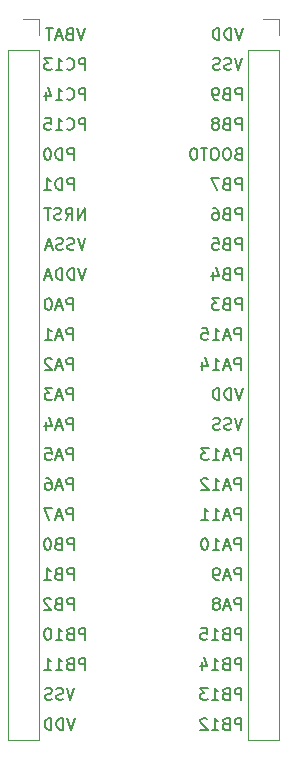
<source format=gbo>
%TF.GenerationSoftware,KiCad,Pcbnew,(6.0.2)*%
%TF.CreationDate,2022-10-19T19:09:35+02:00*%
%TF.ProjectId,adapter_LQFP48,61646170-7465-4725-9f4c-51465034382e,rev?*%
%TF.SameCoordinates,Original*%
%TF.FileFunction,Legend,Bot*%
%TF.FilePolarity,Positive*%
%FSLAX46Y46*%
G04 Gerber Fmt 4.6, Leading zero omitted, Abs format (unit mm)*
G04 Created by KiCad (PCBNEW (6.0.2)) date 2022-10-19 19:09:35*
%MOMM*%
%LPD*%
G01*
G04 APERTURE LIST*
%ADD10C,0.150000*%
%ADD11C,0.120000*%
%ADD12C,3.200000*%
%ADD13R,1.700000X1.700000*%
%ADD14O,1.700000X1.700000*%
G04 APERTURE END LIST*
D10*
X132857714Y-78192380D02*
X132524380Y-79192380D01*
X132191047Y-78192380D01*
X131905333Y-79144761D02*
X131762476Y-79192380D01*
X131524380Y-79192380D01*
X131429142Y-79144761D01*
X131381523Y-79097142D01*
X131333904Y-79001904D01*
X131333904Y-78906666D01*
X131381523Y-78811428D01*
X131429142Y-78763809D01*
X131524380Y-78716190D01*
X131714857Y-78668571D01*
X131810095Y-78620952D01*
X131857714Y-78573333D01*
X131905333Y-78478095D01*
X131905333Y-78382857D01*
X131857714Y-78287619D01*
X131810095Y-78240000D01*
X131714857Y-78192380D01*
X131476761Y-78192380D01*
X131333904Y-78240000D01*
X130952952Y-79144761D02*
X130810095Y-79192380D01*
X130572000Y-79192380D01*
X130476761Y-79144761D01*
X130429142Y-79097142D01*
X130381523Y-79001904D01*
X130381523Y-78906666D01*
X130429142Y-78811428D01*
X130476761Y-78763809D01*
X130572000Y-78716190D01*
X130762476Y-78668571D01*
X130857714Y-78620952D01*
X130905333Y-78573333D01*
X130952952Y-78478095D01*
X130952952Y-78382857D01*
X130905333Y-78287619D01*
X130857714Y-78240000D01*
X130762476Y-78192380D01*
X130524380Y-78192380D01*
X130381523Y-78240000D01*
X118586095Y-86812380D02*
X118586095Y-85812380D01*
X118205142Y-85812380D01*
X118109904Y-85860000D01*
X118062285Y-85907619D01*
X118014666Y-86002857D01*
X118014666Y-86145714D01*
X118062285Y-86240952D01*
X118109904Y-86288571D01*
X118205142Y-86336190D01*
X118586095Y-86336190D01*
X117586095Y-86812380D02*
X117586095Y-85812380D01*
X117348000Y-85812380D01*
X117205142Y-85860000D01*
X117109904Y-85955238D01*
X117062285Y-86050476D01*
X117014666Y-86240952D01*
X117014666Y-86383809D01*
X117062285Y-86574285D01*
X117109904Y-86669523D01*
X117205142Y-86764761D01*
X117348000Y-86812380D01*
X117586095Y-86812380D01*
X116395619Y-85812380D02*
X116300380Y-85812380D01*
X116205142Y-85860000D01*
X116157523Y-85907619D01*
X116109904Y-86002857D01*
X116062285Y-86193333D01*
X116062285Y-86431428D01*
X116109904Y-86621904D01*
X116157523Y-86717142D01*
X116205142Y-86764761D01*
X116300380Y-86812380D01*
X116395619Y-86812380D01*
X116490857Y-86764761D01*
X116538476Y-86717142D01*
X116586095Y-86621904D01*
X116633714Y-86431428D01*
X116633714Y-86193333D01*
X116586095Y-86002857D01*
X116538476Y-85907619D01*
X116490857Y-85860000D01*
X116395619Y-85812380D01*
X118681333Y-134072380D02*
X118348000Y-135072380D01*
X118014666Y-134072380D01*
X117681333Y-135072380D02*
X117681333Y-134072380D01*
X117443238Y-134072380D01*
X117300380Y-134120000D01*
X117205142Y-134215238D01*
X117157523Y-134310476D01*
X117109904Y-134500952D01*
X117109904Y-134643809D01*
X117157523Y-134834285D01*
X117205142Y-134929523D01*
X117300380Y-135024761D01*
X117443238Y-135072380D01*
X117681333Y-135072380D01*
X116681333Y-135072380D02*
X116681333Y-134072380D01*
X116443238Y-134072380D01*
X116300380Y-134120000D01*
X116205142Y-134215238D01*
X116157523Y-134310476D01*
X116109904Y-134500952D01*
X116109904Y-134643809D01*
X116157523Y-134834285D01*
X116205142Y-134929523D01*
X116300380Y-135024761D01*
X116443238Y-135072380D01*
X116681333Y-135072380D01*
X132810095Y-81732380D02*
X132810095Y-80732380D01*
X132429142Y-80732380D01*
X132333904Y-80780000D01*
X132286285Y-80827619D01*
X132238666Y-80922857D01*
X132238666Y-81065714D01*
X132286285Y-81160952D01*
X132333904Y-81208571D01*
X132429142Y-81256190D01*
X132810095Y-81256190D01*
X131476761Y-81208571D02*
X131333904Y-81256190D01*
X131286285Y-81303809D01*
X131238666Y-81399047D01*
X131238666Y-81541904D01*
X131286285Y-81637142D01*
X131333904Y-81684761D01*
X131429142Y-81732380D01*
X131810095Y-81732380D01*
X131810095Y-80732380D01*
X131476761Y-80732380D01*
X131381523Y-80780000D01*
X131333904Y-80827619D01*
X131286285Y-80922857D01*
X131286285Y-81018095D01*
X131333904Y-81113333D01*
X131381523Y-81160952D01*
X131476761Y-81208571D01*
X131810095Y-81208571D01*
X130762476Y-81732380D02*
X130572000Y-81732380D01*
X130476761Y-81684761D01*
X130429142Y-81637142D01*
X130333904Y-81494285D01*
X130286285Y-81303809D01*
X130286285Y-80922857D01*
X130333904Y-80827619D01*
X130381523Y-80780000D01*
X130476761Y-80732380D01*
X130667238Y-80732380D01*
X130762476Y-80780000D01*
X130810095Y-80827619D01*
X130857714Y-80922857D01*
X130857714Y-81160952D01*
X130810095Y-81256190D01*
X130762476Y-81303809D01*
X130667238Y-81351428D01*
X130476761Y-81351428D01*
X130381523Y-81303809D01*
X130333904Y-81256190D01*
X130286285Y-81160952D01*
X118586095Y-119832380D02*
X118586095Y-118832380D01*
X118205142Y-118832380D01*
X118109904Y-118880000D01*
X118062285Y-118927619D01*
X118014666Y-119022857D01*
X118014666Y-119165714D01*
X118062285Y-119260952D01*
X118109904Y-119308571D01*
X118205142Y-119356190D01*
X118586095Y-119356190D01*
X117252761Y-119308571D02*
X117109904Y-119356190D01*
X117062285Y-119403809D01*
X117014666Y-119499047D01*
X117014666Y-119641904D01*
X117062285Y-119737142D01*
X117109904Y-119784761D01*
X117205142Y-119832380D01*
X117586095Y-119832380D01*
X117586095Y-118832380D01*
X117252761Y-118832380D01*
X117157523Y-118880000D01*
X117109904Y-118927619D01*
X117062285Y-119022857D01*
X117062285Y-119118095D01*
X117109904Y-119213333D01*
X117157523Y-119260952D01*
X117252761Y-119308571D01*
X117586095Y-119308571D01*
X116395619Y-118832380D02*
X116300380Y-118832380D01*
X116205142Y-118880000D01*
X116157523Y-118927619D01*
X116109904Y-119022857D01*
X116062285Y-119213333D01*
X116062285Y-119451428D01*
X116109904Y-119641904D01*
X116157523Y-119737142D01*
X116205142Y-119784761D01*
X116300380Y-119832380D01*
X116395619Y-119832380D01*
X116490857Y-119784761D01*
X116538476Y-119737142D01*
X116586095Y-119641904D01*
X116633714Y-119451428D01*
X116633714Y-119213333D01*
X116586095Y-119022857D01*
X116538476Y-118927619D01*
X116490857Y-118880000D01*
X116395619Y-118832380D01*
X132500523Y-86288571D02*
X132357666Y-86336190D01*
X132310047Y-86383809D01*
X132262428Y-86479047D01*
X132262428Y-86621904D01*
X132310047Y-86717142D01*
X132357666Y-86764761D01*
X132452904Y-86812380D01*
X132833856Y-86812380D01*
X132833856Y-85812380D01*
X132500523Y-85812380D01*
X132405285Y-85860000D01*
X132357666Y-85907619D01*
X132310047Y-86002857D01*
X132310047Y-86098095D01*
X132357666Y-86193333D01*
X132405285Y-86240952D01*
X132500523Y-86288571D01*
X132833856Y-86288571D01*
X131643380Y-85812380D02*
X131452904Y-85812380D01*
X131357666Y-85860000D01*
X131262428Y-85955238D01*
X131214809Y-86145714D01*
X131214809Y-86479047D01*
X131262428Y-86669523D01*
X131357666Y-86764761D01*
X131452904Y-86812380D01*
X131643380Y-86812380D01*
X131738618Y-86764761D01*
X131833856Y-86669523D01*
X131881475Y-86479047D01*
X131881475Y-86145714D01*
X131833856Y-85955238D01*
X131738618Y-85860000D01*
X131643380Y-85812380D01*
X130595761Y-85812380D02*
X130405285Y-85812380D01*
X130310047Y-85860000D01*
X130214809Y-85955238D01*
X130167190Y-86145714D01*
X130167190Y-86479047D01*
X130214809Y-86669523D01*
X130310047Y-86764761D01*
X130405285Y-86812380D01*
X130595761Y-86812380D01*
X130690999Y-86764761D01*
X130786237Y-86669523D01*
X130833856Y-86479047D01*
X130833856Y-86145714D01*
X130786237Y-85955238D01*
X130690999Y-85860000D01*
X130595761Y-85812380D01*
X129881475Y-85812380D02*
X129310047Y-85812380D01*
X129595761Y-86812380D02*
X129595761Y-85812380D01*
X128786237Y-85812380D02*
X128690999Y-85812380D01*
X128595761Y-85860000D01*
X128548142Y-85907619D01*
X128500523Y-86002857D01*
X128452904Y-86193333D01*
X128452904Y-86431428D01*
X128500523Y-86621904D01*
X128548142Y-86717142D01*
X128595761Y-86764761D01*
X128690999Y-86812380D01*
X128786237Y-86812380D01*
X128881475Y-86764761D01*
X128929094Y-86717142D01*
X128976713Y-86621904D01*
X129024332Y-86431428D01*
X129024332Y-86193333D01*
X128976713Y-86002857D01*
X128929094Y-85907619D01*
X128881475Y-85860000D01*
X128786237Y-85812380D01*
X132778285Y-132532380D02*
X132778285Y-131532380D01*
X132397333Y-131532380D01*
X132302095Y-131580000D01*
X132254476Y-131627619D01*
X132206857Y-131722857D01*
X132206857Y-131865714D01*
X132254476Y-131960952D01*
X132302095Y-132008571D01*
X132397333Y-132056190D01*
X132778285Y-132056190D01*
X131444952Y-132008571D02*
X131302095Y-132056190D01*
X131254476Y-132103809D01*
X131206857Y-132199047D01*
X131206857Y-132341904D01*
X131254476Y-132437142D01*
X131302095Y-132484761D01*
X131397333Y-132532380D01*
X131778285Y-132532380D01*
X131778285Y-131532380D01*
X131444952Y-131532380D01*
X131349714Y-131580000D01*
X131302095Y-131627619D01*
X131254476Y-131722857D01*
X131254476Y-131818095D01*
X131302095Y-131913333D01*
X131349714Y-131960952D01*
X131444952Y-132008571D01*
X131778285Y-132008571D01*
X130254476Y-132532380D02*
X130825904Y-132532380D01*
X130540190Y-132532380D02*
X130540190Y-131532380D01*
X130635428Y-131675238D01*
X130730666Y-131770476D01*
X130825904Y-131818095D01*
X129921142Y-131532380D02*
X129302095Y-131532380D01*
X129635428Y-131913333D01*
X129492571Y-131913333D01*
X129397333Y-131960952D01*
X129349714Y-132008571D01*
X129302095Y-132103809D01*
X129302095Y-132341904D01*
X129349714Y-132437142D01*
X129397333Y-132484761D01*
X129492571Y-132532380D01*
X129778285Y-132532380D01*
X129873523Y-132484761D01*
X129921142Y-132437142D01*
X118514666Y-104592380D02*
X118514666Y-103592380D01*
X118133714Y-103592380D01*
X118038476Y-103640000D01*
X117990857Y-103687619D01*
X117943238Y-103782857D01*
X117943238Y-103925714D01*
X117990857Y-104020952D01*
X118038476Y-104068571D01*
X118133714Y-104116190D01*
X118514666Y-104116190D01*
X117562285Y-104306666D02*
X117086095Y-104306666D01*
X117657523Y-104592380D02*
X117324190Y-103592380D01*
X116990857Y-104592380D01*
X116705142Y-103687619D02*
X116657523Y-103640000D01*
X116562285Y-103592380D01*
X116324190Y-103592380D01*
X116228952Y-103640000D01*
X116181333Y-103687619D01*
X116133714Y-103782857D01*
X116133714Y-103878095D01*
X116181333Y-104020952D01*
X116752761Y-104592380D01*
X116133714Y-104592380D01*
X118586095Y-89352380D02*
X118586095Y-88352380D01*
X118205142Y-88352380D01*
X118109904Y-88400000D01*
X118062285Y-88447619D01*
X118014666Y-88542857D01*
X118014666Y-88685714D01*
X118062285Y-88780952D01*
X118109904Y-88828571D01*
X118205142Y-88876190D01*
X118586095Y-88876190D01*
X117586095Y-89352380D02*
X117586095Y-88352380D01*
X117348000Y-88352380D01*
X117205142Y-88400000D01*
X117109904Y-88495238D01*
X117062285Y-88590476D01*
X117014666Y-88780952D01*
X117014666Y-88923809D01*
X117062285Y-89114285D01*
X117109904Y-89209523D01*
X117205142Y-89304761D01*
X117348000Y-89352380D01*
X117586095Y-89352380D01*
X116062285Y-89352380D02*
X116633714Y-89352380D01*
X116348000Y-89352380D02*
X116348000Y-88352380D01*
X116443238Y-88495238D01*
X116538476Y-88590476D01*
X116633714Y-88638095D01*
X132778285Y-135072380D02*
X132778285Y-134072380D01*
X132397333Y-134072380D01*
X132302095Y-134120000D01*
X132254476Y-134167619D01*
X132206857Y-134262857D01*
X132206857Y-134405714D01*
X132254476Y-134500952D01*
X132302095Y-134548571D01*
X132397333Y-134596190D01*
X132778285Y-134596190D01*
X131444952Y-134548571D02*
X131302095Y-134596190D01*
X131254476Y-134643809D01*
X131206857Y-134739047D01*
X131206857Y-134881904D01*
X131254476Y-134977142D01*
X131302095Y-135024761D01*
X131397333Y-135072380D01*
X131778285Y-135072380D01*
X131778285Y-134072380D01*
X131444952Y-134072380D01*
X131349714Y-134120000D01*
X131302095Y-134167619D01*
X131254476Y-134262857D01*
X131254476Y-134358095D01*
X131302095Y-134453333D01*
X131349714Y-134500952D01*
X131444952Y-134548571D01*
X131778285Y-134548571D01*
X130254476Y-135072380D02*
X130825904Y-135072380D01*
X130540190Y-135072380D02*
X130540190Y-134072380D01*
X130635428Y-134215238D01*
X130730666Y-134310476D01*
X130825904Y-134358095D01*
X129873523Y-134167619D02*
X129825904Y-134120000D01*
X129730666Y-134072380D01*
X129492571Y-134072380D01*
X129397333Y-134120000D01*
X129349714Y-134167619D01*
X129302095Y-134262857D01*
X129302095Y-134358095D01*
X129349714Y-134500952D01*
X129921142Y-135072380D01*
X129302095Y-135072380D01*
X132857714Y-108672380D02*
X132524380Y-109672380D01*
X132191047Y-108672380D01*
X131905333Y-109624761D02*
X131762476Y-109672380D01*
X131524380Y-109672380D01*
X131429142Y-109624761D01*
X131381523Y-109577142D01*
X131333904Y-109481904D01*
X131333904Y-109386666D01*
X131381523Y-109291428D01*
X131429142Y-109243809D01*
X131524380Y-109196190D01*
X131714857Y-109148571D01*
X131810095Y-109100952D01*
X131857714Y-109053333D01*
X131905333Y-108958095D01*
X131905333Y-108862857D01*
X131857714Y-108767619D01*
X131810095Y-108720000D01*
X131714857Y-108672380D01*
X131476761Y-108672380D01*
X131333904Y-108720000D01*
X130952952Y-109624761D02*
X130810095Y-109672380D01*
X130572000Y-109672380D01*
X130476761Y-109624761D01*
X130429142Y-109577142D01*
X130381523Y-109481904D01*
X130381523Y-109386666D01*
X130429142Y-109291428D01*
X130476761Y-109243809D01*
X130572000Y-109196190D01*
X130762476Y-109148571D01*
X130857714Y-109100952D01*
X130905333Y-109053333D01*
X130952952Y-108958095D01*
X130952952Y-108862857D01*
X130905333Y-108767619D01*
X130857714Y-108720000D01*
X130762476Y-108672380D01*
X130524380Y-108672380D01*
X130381523Y-108720000D01*
X132738666Y-124912380D02*
X132738666Y-123912380D01*
X132357714Y-123912380D01*
X132262476Y-123960000D01*
X132214857Y-124007619D01*
X132167238Y-124102857D01*
X132167238Y-124245714D01*
X132214857Y-124340952D01*
X132262476Y-124388571D01*
X132357714Y-124436190D01*
X132738666Y-124436190D01*
X131786285Y-124626666D02*
X131310095Y-124626666D01*
X131881523Y-124912380D02*
X131548190Y-123912380D01*
X131214857Y-124912380D01*
X130738666Y-124340952D02*
X130833904Y-124293333D01*
X130881523Y-124245714D01*
X130929142Y-124150476D01*
X130929142Y-124102857D01*
X130881523Y-124007619D01*
X130833904Y-123960000D01*
X130738666Y-123912380D01*
X130548190Y-123912380D01*
X130452952Y-123960000D01*
X130405333Y-124007619D01*
X130357714Y-124102857D01*
X130357714Y-124150476D01*
X130405333Y-124245714D01*
X130452952Y-124293333D01*
X130548190Y-124340952D01*
X130738666Y-124340952D01*
X130833904Y-124388571D01*
X130881523Y-124436190D01*
X130929142Y-124531428D01*
X130929142Y-124721904D01*
X130881523Y-124817142D01*
X130833904Y-124864761D01*
X130738666Y-124912380D01*
X130548190Y-124912380D01*
X130452952Y-124864761D01*
X130405333Y-124817142D01*
X130357714Y-124721904D01*
X130357714Y-124531428D01*
X130405333Y-124436190D01*
X130452952Y-124388571D01*
X130548190Y-124340952D01*
X118514666Y-102052380D02*
X118514666Y-101052380D01*
X118133714Y-101052380D01*
X118038476Y-101100000D01*
X117990857Y-101147619D01*
X117943238Y-101242857D01*
X117943238Y-101385714D01*
X117990857Y-101480952D01*
X118038476Y-101528571D01*
X118133714Y-101576190D01*
X118514666Y-101576190D01*
X117562285Y-101766666D02*
X117086095Y-101766666D01*
X117657523Y-102052380D02*
X117324190Y-101052380D01*
X116990857Y-102052380D01*
X116133714Y-102052380D02*
X116705142Y-102052380D01*
X116419428Y-102052380D02*
X116419428Y-101052380D01*
X116514666Y-101195238D01*
X116609904Y-101290476D01*
X116705142Y-101338095D01*
X119570285Y-81732380D02*
X119570285Y-80732380D01*
X119189333Y-80732380D01*
X119094095Y-80780000D01*
X119046476Y-80827619D01*
X118998857Y-80922857D01*
X118998857Y-81065714D01*
X119046476Y-81160952D01*
X119094095Y-81208571D01*
X119189333Y-81256190D01*
X119570285Y-81256190D01*
X117998857Y-81637142D02*
X118046476Y-81684761D01*
X118189333Y-81732380D01*
X118284571Y-81732380D01*
X118427428Y-81684761D01*
X118522666Y-81589523D01*
X118570285Y-81494285D01*
X118617904Y-81303809D01*
X118617904Y-81160952D01*
X118570285Y-80970476D01*
X118522666Y-80875238D01*
X118427428Y-80780000D01*
X118284571Y-80732380D01*
X118189333Y-80732380D01*
X118046476Y-80780000D01*
X117998857Y-80827619D01*
X117046476Y-81732380D02*
X117617904Y-81732380D01*
X117332190Y-81732380D02*
X117332190Y-80732380D01*
X117427428Y-80875238D01*
X117522666Y-80970476D01*
X117617904Y-81018095D01*
X116189333Y-81065714D02*
X116189333Y-81732380D01*
X116427428Y-80684761D02*
X116665523Y-81399047D01*
X116046476Y-81399047D01*
X132706857Y-117292380D02*
X132706857Y-116292380D01*
X132325904Y-116292380D01*
X132230666Y-116340000D01*
X132183047Y-116387619D01*
X132135428Y-116482857D01*
X132135428Y-116625714D01*
X132183047Y-116720952D01*
X132230666Y-116768571D01*
X132325904Y-116816190D01*
X132706857Y-116816190D01*
X131754476Y-117006666D02*
X131278285Y-117006666D01*
X131849714Y-117292380D02*
X131516380Y-116292380D01*
X131183047Y-117292380D01*
X130325904Y-117292380D02*
X130897333Y-117292380D01*
X130611619Y-117292380D02*
X130611619Y-116292380D01*
X130706857Y-116435238D01*
X130802095Y-116530476D01*
X130897333Y-116578095D01*
X129373523Y-117292380D02*
X129944952Y-117292380D01*
X129659238Y-117292380D02*
X129659238Y-116292380D01*
X129754476Y-116435238D01*
X129849714Y-116530476D01*
X129944952Y-116578095D01*
X119570285Y-127452380D02*
X119570285Y-126452380D01*
X119189333Y-126452380D01*
X119094095Y-126500000D01*
X119046476Y-126547619D01*
X118998857Y-126642857D01*
X118998857Y-126785714D01*
X119046476Y-126880952D01*
X119094095Y-126928571D01*
X119189333Y-126976190D01*
X119570285Y-126976190D01*
X118236952Y-126928571D02*
X118094095Y-126976190D01*
X118046476Y-127023809D01*
X117998857Y-127119047D01*
X117998857Y-127261904D01*
X118046476Y-127357142D01*
X118094095Y-127404761D01*
X118189333Y-127452380D01*
X118570285Y-127452380D01*
X118570285Y-126452380D01*
X118236952Y-126452380D01*
X118141714Y-126500000D01*
X118094095Y-126547619D01*
X118046476Y-126642857D01*
X118046476Y-126738095D01*
X118094095Y-126833333D01*
X118141714Y-126880952D01*
X118236952Y-126928571D01*
X118570285Y-126928571D01*
X117046476Y-127452380D02*
X117617904Y-127452380D01*
X117332190Y-127452380D02*
X117332190Y-126452380D01*
X117427428Y-126595238D01*
X117522666Y-126690476D01*
X117617904Y-126738095D01*
X116427428Y-126452380D02*
X116332190Y-126452380D01*
X116236952Y-126500000D01*
X116189333Y-126547619D01*
X116141714Y-126642857D01*
X116094095Y-126833333D01*
X116094095Y-127071428D01*
X116141714Y-127261904D01*
X116189333Y-127357142D01*
X116236952Y-127404761D01*
X116332190Y-127452380D01*
X116427428Y-127452380D01*
X116522666Y-127404761D01*
X116570285Y-127357142D01*
X116617904Y-127261904D01*
X116665523Y-127071428D01*
X116665523Y-126833333D01*
X116617904Y-126642857D01*
X116570285Y-126547619D01*
X116522666Y-126500000D01*
X116427428Y-126452380D01*
X132810095Y-99512380D02*
X132810095Y-98512380D01*
X132429142Y-98512380D01*
X132333904Y-98560000D01*
X132286285Y-98607619D01*
X132238666Y-98702857D01*
X132238666Y-98845714D01*
X132286285Y-98940952D01*
X132333904Y-98988571D01*
X132429142Y-99036190D01*
X132810095Y-99036190D01*
X131476761Y-98988571D02*
X131333904Y-99036190D01*
X131286285Y-99083809D01*
X131238666Y-99179047D01*
X131238666Y-99321904D01*
X131286285Y-99417142D01*
X131333904Y-99464761D01*
X131429142Y-99512380D01*
X131810095Y-99512380D01*
X131810095Y-98512380D01*
X131476761Y-98512380D01*
X131381523Y-98560000D01*
X131333904Y-98607619D01*
X131286285Y-98702857D01*
X131286285Y-98798095D01*
X131333904Y-98893333D01*
X131381523Y-98940952D01*
X131476761Y-98988571D01*
X131810095Y-98988571D01*
X130905333Y-98512380D02*
X130286285Y-98512380D01*
X130619619Y-98893333D01*
X130476761Y-98893333D01*
X130381523Y-98940952D01*
X130333904Y-98988571D01*
X130286285Y-99083809D01*
X130286285Y-99321904D01*
X130333904Y-99417142D01*
X130381523Y-99464761D01*
X130476761Y-99512380D01*
X130762476Y-99512380D01*
X130857714Y-99464761D01*
X130905333Y-99417142D01*
X119570285Y-93432380D02*
X119236952Y-94432380D01*
X118903619Y-93432380D01*
X118617904Y-94384761D02*
X118475047Y-94432380D01*
X118236952Y-94432380D01*
X118141714Y-94384761D01*
X118094095Y-94337142D01*
X118046476Y-94241904D01*
X118046476Y-94146666D01*
X118094095Y-94051428D01*
X118141714Y-94003809D01*
X118236952Y-93956190D01*
X118427428Y-93908571D01*
X118522666Y-93860952D01*
X118570285Y-93813333D01*
X118617904Y-93718095D01*
X118617904Y-93622857D01*
X118570285Y-93527619D01*
X118522666Y-93480000D01*
X118427428Y-93432380D01*
X118189333Y-93432380D01*
X118046476Y-93480000D01*
X117665523Y-94384761D02*
X117522666Y-94432380D01*
X117284571Y-94432380D01*
X117189333Y-94384761D01*
X117141714Y-94337142D01*
X117094095Y-94241904D01*
X117094095Y-94146666D01*
X117141714Y-94051428D01*
X117189333Y-94003809D01*
X117284571Y-93956190D01*
X117475047Y-93908571D01*
X117570285Y-93860952D01*
X117617904Y-93813333D01*
X117665523Y-93718095D01*
X117665523Y-93622857D01*
X117617904Y-93527619D01*
X117570285Y-93480000D01*
X117475047Y-93432380D01*
X117236952Y-93432380D01*
X117094095Y-93480000D01*
X116713142Y-94146666D02*
X116236952Y-94146666D01*
X116808380Y-94432380D02*
X116475047Y-93432380D01*
X116141714Y-94432380D01*
X118586095Y-124912380D02*
X118586095Y-123912380D01*
X118205142Y-123912380D01*
X118109904Y-123960000D01*
X118062285Y-124007619D01*
X118014666Y-124102857D01*
X118014666Y-124245714D01*
X118062285Y-124340952D01*
X118109904Y-124388571D01*
X118205142Y-124436190D01*
X118586095Y-124436190D01*
X117252761Y-124388571D02*
X117109904Y-124436190D01*
X117062285Y-124483809D01*
X117014666Y-124579047D01*
X117014666Y-124721904D01*
X117062285Y-124817142D01*
X117109904Y-124864761D01*
X117205142Y-124912380D01*
X117586095Y-124912380D01*
X117586095Y-123912380D01*
X117252761Y-123912380D01*
X117157523Y-123960000D01*
X117109904Y-124007619D01*
X117062285Y-124102857D01*
X117062285Y-124198095D01*
X117109904Y-124293333D01*
X117157523Y-124340952D01*
X117252761Y-124388571D01*
X117586095Y-124388571D01*
X116633714Y-124007619D02*
X116586095Y-123960000D01*
X116490857Y-123912380D01*
X116252761Y-123912380D01*
X116157523Y-123960000D01*
X116109904Y-124007619D01*
X116062285Y-124102857D01*
X116062285Y-124198095D01*
X116109904Y-124340952D01*
X116681333Y-124912380D01*
X116062285Y-124912380D01*
X119498857Y-75652380D02*
X119165523Y-76652380D01*
X118832190Y-75652380D01*
X118165523Y-76128571D02*
X118022666Y-76176190D01*
X117975047Y-76223809D01*
X117927428Y-76319047D01*
X117927428Y-76461904D01*
X117975047Y-76557142D01*
X118022666Y-76604761D01*
X118117904Y-76652380D01*
X118498857Y-76652380D01*
X118498857Y-75652380D01*
X118165523Y-75652380D01*
X118070285Y-75700000D01*
X118022666Y-75747619D01*
X117975047Y-75842857D01*
X117975047Y-75938095D01*
X118022666Y-76033333D01*
X118070285Y-76080952D01*
X118165523Y-76128571D01*
X118498857Y-76128571D01*
X117546476Y-76366666D02*
X117070285Y-76366666D01*
X117641714Y-76652380D02*
X117308380Y-75652380D01*
X116975047Y-76652380D01*
X116784571Y-75652380D02*
X116213142Y-75652380D01*
X116498857Y-76652380D02*
X116498857Y-75652380D01*
X119617904Y-95972380D02*
X119284571Y-96972380D01*
X118951238Y-95972380D01*
X118617904Y-96972380D02*
X118617904Y-95972380D01*
X118379809Y-95972380D01*
X118236952Y-96020000D01*
X118141714Y-96115238D01*
X118094095Y-96210476D01*
X118046476Y-96400952D01*
X118046476Y-96543809D01*
X118094095Y-96734285D01*
X118141714Y-96829523D01*
X118236952Y-96924761D01*
X118379809Y-96972380D01*
X118617904Y-96972380D01*
X117617904Y-96972380D02*
X117617904Y-95972380D01*
X117379809Y-95972380D01*
X117236952Y-96020000D01*
X117141714Y-96115238D01*
X117094095Y-96210476D01*
X117046476Y-96400952D01*
X117046476Y-96543809D01*
X117094095Y-96734285D01*
X117141714Y-96829523D01*
X117236952Y-96924761D01*
X117379809Y-96972380D01*
X117617904Y-96972380D01*
X116665523Y-96686666D02*
X116189333Y-96686666D01*
X116760761Y-96972380D02*
X116427428Y-95972380D01*
X116094095Y-96972380D01*
X132706857Y-114752380D02*
X132706857Y-113752380D01*
X132325904Y-113752380D01*
X132230666Y-113800000D01*
X132183047Y-113847619D01*
X132135428Y-113942857D01*
X132135428Y-114085714D01*
X132183047Y-114180952D01*
X132230666Y-114228571D01*
X132325904Y-114276190D01*
X132706857Y-114276190D01*
X131754476Y-114466666D02*
X131278285Y-114466666D01*
X131849714Y-114752380D02*
X131516380Y-113752380D01*
X131183047Y-114752380D01*
X130325904Y-114752380D02*
X130897333Y-114752380D01*
X130611619Y-114752380D02*
X130611619Y-113752380D01*
X130706857Y-113895238D01*
X130802095Y-113990476D01*
X130897333Y-114038095D01*
X129944952Y-113847619D02*
X129897333Y-113800000D01*
X129802095Y-113752380D01*
X129564000Y-113752380D01*
X129468761Y-113800000D01*
X129421142Y-113847619D01*
X129373523Y-113942857D01*
X129373523Y-114038095D01*
X129421142Y-114180952D01*
X129992571Y-114752380D01*
X129373523Y-114752380D01*
X132905333Y-75652380D02*
X132572000Y-76652380D01*
X132238666Y-75652380D01*
X131905333Y-76652380D02*
X131905333Y-75652380D01*
X131667238Y-75652380D01*
X131524380Y-75700000D01*
X131429142Y-75795238D01*
X131381523Y-75890476D01*
X131333904Y-76080952D01*
X131333904Y-76223809D01*
X131381523Y-76414285D01*
X131429142Y-76509523D01*
X131524380Y-76604761D01*
X131667238Y-76652380D01*
X131905333Y-76652380D01*
X130905333Y-76652380D02*
X130905333Y-75652380D01*
X130667238Y-75652380D01*
X130524380Y-75700000D01*
X130429142Y-75795238D01*
X130381523Y-75890476D01*
X130333904Y-76080952D01*
X130333904Y-76223809D01*
X130381523Y-76414285D01*
X130429142Y-76509523D01*
X130524380Y-76604761D01*
X130667238Y-76652380D01*
X130905333Y-76652380D01*
X132810095Y-91892380D02*
X132810095Y-90892380D01*
X132429142Y-90892380D01*
X132333904Y-90940000D01*
X132286285Y-90987619D01*
X132238666Y-91082857D01*
X132238666Y-91225714D01*
X132286285Y-91320952D01*
X132333904Y-91368571D01*
X132429142Y-91416190D01*
X132810095Y-91416190D01*
X131476761Y-91368571D02*
X131333904Y-91416190D01*
X131286285Y-91463809D01*
X131238666Y-91559047D01*
X131238666Y-91701904D01*
X131286285Y-91797142D01*
X131333904Y-91844761D01*
X131429142Y-91892380D01*
X131810095Y-91892380D01*
X131810095Y-90892380D01*
X131476761Y-90892380D01*
X131381523Y-90940000D01*
X131333904Y-90987619D01*
X131286285Y-91082857D01*
X131286285Y-91178095D01*
X131333904Y-91273333D01*
X131381523Y-91320952D01*
X131476761Y-91368571D01*
X131810095Y-91368571D01*
X130381523Y-90892380D02*
X130572000Y-90892380D01*
X130667238Y-90940000D01*
X130714857Y-90987619D01*
X130810095Y-91130476D01*
X130857714Y-91320952D01*
X130857714Y-91701904D01*
X130810095Y-91797142D01*
X130762476Y-91844761D01*
X130667238Y-91892380D01*
X130476761Y-91892380D01*
X130381523Y-91844761D01*
X130333904Y-91797142D01*
X130286285Y-91701904D01*
X130286285Y-91463809D01*
X130333904Y-91368571D01*
X130381523Y-91320952D01*
X130476761Y-91273333D01*
X130667238Y-91273333D01*
X130762476Y-91320952D01*
X130810095Y-91368571D01*
X130857714Y-91463809D01*
X118514666Y-99512380D02*
X118514666Y-98512380D01*
X118133714Y-98512380D01*
X118038476Y-98560000D01*
X117990857Y-98607619D01*
X117943238Y-98702857D01*
X117943238Y-98845714D01*
X117990857Y-98940952D01*
X118038476Y-98988571D01*
X118133714Y-99036190D01*
X118514666Y-99036190D01*
X117562285Y-99226666D02*
X117086095Y-99226666D01*
X117657523Y-99512380D02*
X117324190Y-98512380D01*
X116990857Y-99512380D01*
X116467047Y-98512380D02*
X116371809Y-98512380D01*
X116276571Y-98560000D01*
X116228952Y-98607619D01*
X116181333Y-98702857D01*
X116133714Y-98893333D01*
X116133714Y-99131428D01*
X116181333Y-99321904D01*
X116228952Y-99417142D01*
X116276571Y-99464761D01*
X116371809Y-99512380D01*
X116467047Y-99512380D01*
X116562285Y-99464761D01*
X116609904Y-99417142D01*
X116657523Y-99321904D01*
X116705142Y-99131428D01*
X116705142Y-98893333D01*
X116657523Y-98702857D01*
X116609904Y-98607619D01*
X116562285Y-98560000D01*
X116467047Y-98512380D01*
X132706857Y-112212380D02*
X132706857Y-111212380D01*
X132325904Y-111212380D01*
X132230666Y-111260000D01*
X132183047Y-111307619D01*
X132135428Y-111402857D01*
X132135428Y-111545714D01*
X132183047Y-111640952D01*
X132230666Y-111688571D01*
X132325904Y-111736190D01*
X132706857Y-111736190D01*
X131754476Y-111926666D02*
X131278285Y-111926666D01*
X131849714Y-112212380D02*
X131516380Y-111212380D01*
X131183047Y-112212380D01*
X130325904Y-112212380D02*
X130897333Y-112212380D01*
X130611619Y-112212380D02*
X130611619Y-111212380D01*
X130706857Y-111355238D01*
X130802095Y-111450476D01*
X130897333Y-111498095D01*
X129992571Y-111212380D02*
X129373523Y-111212380D01*
X129706857Y-111593333D01*
X129564000Y-111593333D01*
X129468761Y-111640952D01*
X129421142Y-111688571D01*
X129373523Y-111783809D01*
X129373523Y-112021904D01*
X129421142Y-112117142D01*
X129468761Y-112164761D01*
X129564000Y-112212380D01*
X129849714Y-112212380D01*
X129944952Y-112164761D01*
X129992571Y-112117142D01*
X132810095Y-96972380D02*
X132810095Y-95972380D01*
X132429142Y-95972380D01*
X132333904Y-96020000D01*
X132286285Y-96067619D01*
X132238666Y-96162857D01*
X132238666Y-96305714D01*
X132286285Y-96400952D01*
X132333904Y-96448571D01*
X132429142Y-96496190D01*
X132810095Y-96496190D01*
X131476761Y-96448571D02*
X131333904Y-96496190D01*
X131286285Y-96543809D01*
X131238666Y-96639047D01*
X131238666Y-96781904D01*
X131286285Y-96877142D01*
X131333904Y-96924761D01*
X131429142Y-96972380D01*
X131810095Y-96972380D01*
X131810095Y-95972380D01*
X131476761Y-95972380D01*
X131381523Y-96020000D01*
X131333904Y-96067619D01*
X131286285Y-96162857D01*
X131286285Y-96258095D01*
X131333904Y-96353333D01*
X131381523Y-96400952D01*
X131476761Y-96448571D01*
X131810095Y-96448571D01*
X130381523Y-96305714D02*
X130381523Y-96972380D01*
X130619619Y-95924761D02*
X130857714Y-96639047D01*
X130238666Y-96639047D01*
X118586095Y-122372380D02*
X118586095Y-121372380D01*
X118205142Y-121372380D01*
X118109904Y-121420000D01*
X118062285Y-121467619D01*
X118014666Y-121562857D01*
X118014666Y-121705714D01*
X118062285Y-121800952D01*
X118109904Y-121848571D01*
X118205142Y-121896190D01*
X118586095Y-121896190D01*
X117252761Y-121848571D02*
X117109904Y-121896190D01*
X117062285Y-121943809D01*
X117014666Y-122039047D01*
X117014666Y-122181904D01*
X117062285Y-122277142D01*
X117109904Y-122324761D01*
X117205142Y-122372380D01*
X117586095Y-122372380D01*
X117586095Y-121372380D01*
X117252761Y-121372380D01*
X117157523Y-121420000D01*
X117109904Y-121467619D01*
X117062285Y-121562857D01*
X117062285Y-121658095D01*
X117109904Y-121753333D01*
X117157523Y-121800952D01*
X117252761Y-121848571D01*
X117586095Y-121848571D01*
X116062285Y-122372380D02*
X116633714Y-122372380D01*
X116348000Y-122372380D02*
X116348000Y-121372380D01*
X116443238Y-121515238D01*
X116538476Y-121610476D01*
X116633714Y-121658095D01*
X118514666Y-114752380D02*
X118514666Y-113752380D01*
X118133714Y-113752380D01*
X118038476Y-113800000D01*
X117990857Y-113847619D01*
X117943238Y-113942857D01*
X117943238Y-114085714D01*
X117990857Y-114180952D01*
X118038476Y-114228571D01*
X118133714Y-114276190D01*
X118514666Y-114276190D01*
X117562285Y-114466666D02*
X117086095Y-114466666D01*
X117657523Y-114752380D02*
X117324190Y-113752380D01*
X116990857Y-114752380D01*
X116228952Y-113752380D02*
X116419428Y-113752380D01*
X116514666Y-113800000D01*
X116562285Y-113847619D01*
X116657523Y-113990476D01*
X116705142Y-114180952D01*
X116705142Y-114561904D01*
X116657523Y-114657142D01*
X116609904Y-114704761D01*
X116514666Y-114752380D01*
X116324190Y-114752380D01*
X116228952Y-114704761D01*
X116181333Y-114657142D01*
X116133714Y-114561904D01*
X116133714Y-114323809D01*
X116181333Y-114228571D01*
X116228952Y-114180952D01*
X116324190Y-114133333D01*
X116514666Y-114133333D01*
X116609904Y-114180952D01*
X116657523Y-114228571D01*
X116705142Y-114323809D01*
X118514666Y-117292380D02*
X118514666Y-116292380D01*
X118133714Y-116292380D01*
X118038476Y-116340000D01*
X117990857Y-116387619D01*
X117943238Y-116482857D01*
X117943238Y-116625714D01*
X117990857Y-116720952D01*
X118038476Y-116768571D01*
X118133714Y-116816190D01*
X118514666Y-116816190D01*
X117562285Y-117006666D02*
X117086095Y-117006666D01*
X117657523Y-117292380D02*
X117324190Y-116292380D01*
X116990857Y-117292380D01*
X116752761Y-116292380D02*
X116086095Y-116292380D01*
X116514666Y-117292380D01*
X132810095Y-89352380D02*
X132810095Y-88352380D01*
X132429142Y-88352380D01*
X132333904Y-88400000D01*
X132286285Y-88447619D01*
X132238666Y-88542857D01*
X132238666Y-88685714D01*
X132286285Y-88780952D01*
X132333904Y-88828571D01*
X132429142Y-88876190D01*
X132810095Y-88876190D01*
X131476761Y-88828571D02*
X131333904Y-88876190D01*
X131286285Y-88923809D01*
X131238666Y-89019047D01*
X131238666Y-89161904D01*
X131286285Y-89257142D01*
X131333904Y-89304761D01*
X131429142Y-89352380D01*
X131810095Y-89352380D01*
X131810095Y-88352380D01*
X131476761Y-88352380D01*
X131381523Y-88400000D01*
X131333904Y-88447619D01*
X131286285Y-88542857D01*
X131286285Y-88638095D01*
X131333904Y-88733333D01*
X131381523Y-88780952D01*
X131476761Y-88828571D01*
X131810095Y-88828571D01*
X130905333Y-88352380D02*
X130238666Y-88352380D01*
X130667238Y-89352380D01*
X119570285Y-129992380D02*
X119570285Y-128992380D01*
X119189333Y-128992380D01*
X119094095Y-129040000D01*
X119046476Y-129087619D01*
X118998857Y-129182857D01*
X118998857Y-129325714D01*
X119046476Y-129420952D01*
X119094095Y-129468571D01*
X119189333Y-129516190D01*
X119570285Y-129516190D01*
X118236952Y-129468571D02*
X118094095Y-129516190D01*
X118046476Y-129563809D01*
X117998857Y-129659047D01*
X117998857Y-129801904D01*
X118046476Y-129897142D01*
X118094095Y-129944761D01*
X118189333Y-129992380D01*
X118570285Y-129992380D01*
X118570285Y-128992380D01*
X118236952Y-128992380D01*
X118141714Y-129040000D01*
X118094095Y-129087619D01*
X118046476Y-129182857D01*
X118046476Y-129278095D01*
X118094095Y-129373333D01*
X118141714Y-129420952D01*
X118236952Y-129468571D01*
X118570285Y-129468571D01*
X117046476Y-129992380D02*
X117617904Y-129992380D01*
X117332190Y-129992380D02*
X117332190Y-128992380D01*
X117427428Y-129135238D01*
X117522666Y-129230476D01*
X117617904Y-129278095D01*
X116094095Y-129992380D02*
X116665523Y-129992380D01*
X116379809Y-129992380D02*
X116379809Y-128992380D01*
X116475047Y-129135238D01*
X116570285Y-129230476D01*
X116665523Y-129278095D01*
X132905333Y-106132380D02*
X132572000Y-107132380D01*
X132238666Y-106132380D01*
X131905333Y-107132380D02*
X131905333Y-106132380D01*
X131667238Y-106132380D01*
X131524380Y-106180000D01*
X131429142Y-106275238D01*
X131381523Y-106370476D01*
X131333904Y-106560952D01*
X131333904Y-106703809D01*
X131381523Y-106894285D01*
X131429142Y-106989523D01*
X131524380Y-107084761D01*
X131667238Y-107132380D01*
X131905333Y-107132380D01*
X130905333Y-107132380D02*
X130905333Y-106132380D01*
X130667238Y-106132380D01*
X130524380Y-106180000D01*
X130429142Y-106275238D01*
X130381523Y-106370476D01*
X130333904Y-106560952D01*
X130333904Y-106703809D01*
X130381523Y-106894285D01*
X130429142Y-106989523D01*
X130524380Y-107084761D01*
X130667238Y-107132380D01*
X130905333Y-107132380D01*
X132778285Y-127452380D02*
X132778285Y-126452380D01*
X132397333Y-126452380D01*
X132302095Y-126500000D01*
X132254476Y-126547619D01*
X132206857Y-126642857D01*
X132206857Y-126785714D01*
X132254476Y-126880952D01*
X132302095Y-126928571D01*
X132397333Y-126976190D01*
X132778285Y-126976190D01*
X131444952Y-126928571D02*
X131302095Y-126976190D01*
X131254476Y-127023809D01*
X131206857Y-127119047D01*
X131206857Y-127261904D01*
X131254476Y-127357142D01*
X131302095Y-127404761D01*
X131397333Y-127452380D01*
X131778285Y-127452380D01*
X131778285Y-126452380D01*
X131444952Y-126452380D01*
X131349714Y-126500000D01*
X131302095Y-126547619D01*
X131254476Y-126642857D01*
X131254476Y-126738095D01*
X131302095Y-126833333D01*
X131349714Y-126880952D01*
X131444952Y-126928571D01*
X131778285Y-126928571D01*
X130254476Y-127452380D02*
X130825904Y-127452380D01*
X130540190Y-127452380D02*
X130540190Y-126452380D01*
X130635428Y-126595238D01*
X130730666Y-126690476D01*
X130825904Y-126738095D01*
X129349714Y-126452380D02*
X129825904Y-126452380D01*
X129873523Y-126928571D01*
X129825904Y-126880952D01*
X129730666Y-126833333D01*
X129492571Y-126833333D01*
X129397333Y-126880952D01*
X129349714Y-126928571D01*
X129302095Y-127023809D01*
X129302095Y-127261904D01*
X129349714Y-127357142D01*
X129397333Y-127404761D01*
X129492571Y-127452380D01*
X129730666Y-127452380D01*
X129825904Y-127404761D01*
X129873523Y-127357142D01*
X118633714Y-131532380D02*
X118300380Y-132532380D01*
X117967047Y-131532380D01*
X117681333Y-132484761D02*
X117538476Y-132532380D01*
X117300380Y-132532380D01*
X117205142Y-132484761D01*
X117157523Y-132437142D01*
X117109904Y-132341904D01*
X117109904Y-132246666D01*
X117157523Y-132151428D01*
X117205142Y-132103809D01*
X117300380Y-132056190D01*
X117490857Y-132008571D01*
X117586095Y-131960952D01*
X117633714Y-131913333D01*
X117681333Y-131818095D01*
X117681333Y-131722857D01*
X117633714Y-131627619D01*
X117586095Y-131580000D01*
X117490857Y-131532380D01*
X117252761Y-131532380D01*
X117109904Y-131580000D01*
X116728952Y-132484761D02*
X116586095Y-132532380D01*
X116348000Y-132532380D01*
X116252761Y-132484761D01*
X116205142Y-132437142D01*
X116157523Y-132341904D01*
X116157523Y-132246666D01*
X116205142Y-132151428D01*
X116252761Y-132103809D01*
X116348000Y-132056190D01*
X116538476Y-132008571D01*
X116633714Y-131960952D01*
X116681333Y-131913333D01*
X116728952Y-131818095D01*
X116728952Y-131722857D01*
X116681333Y-131627619D01*
X116633714Y-131580000D01*
X116538476Y-131532380D01*
X116300380Y-131532380D01*
X116157523Y-131580000D01*
X118514666Y-109672380D02*
X118514666Y-108672380D01*
X118133714Y-108672380D01*
X118038476Y-108720000D01*
X117990857Y-108767619D01*
X117943238Y-108862857D01*
X117943238Y-109005714D01*
X117990857Y-109100952D01*
X118038476Y-109148571D01*
X118133714Y-109196190D01*
X118514666Y-109196190D01*
X117562285Y-109386666D02*
X117086095Y-109386666D01*
X117657523Y-109672380D02*
X117324190Y-108672380D01*
X116990857Y-109672380D01*
X116228952Y-109005714D02*
X116228952Y-109672380D01*
X116467047Y-108624761D02*
X116705142Y-109339047D01*
X116086095Y-109339047D01*
X132810095Y-84272380D02*
X132810095Y-83272380D01*
X132429142Y-83272380D01*
X132333904Y-83320000D01*
X132286285Y-83367619D01*
X132238666Y-83462857D01*
X132238666Y-83605714D01*
X132286285Y-83700952D01*
X132333904Y-83748571D01*
X132429142Y-83796190D01*
X132810095Y-83796190D01*
X131476761Y-83748571D02*
X131333904Y-83796190D01*
X131286285Y-83843809D01*
X131238666Y-83939047D01*
X131238666Y-84081904D01*
X131286285Y-84177142D01*
X131333904Y-84224761D01*
X131429142Y-84272380D01*
X131810095Y-84272380D01*
X131810095Y-83272380D01*
X131476761Y-83272380D01*
X131381523Y-83320000D01*
X131333904Y-83367619D01*
X131286285Y-83462857D01*
X131286285Y-83558095D01*
X131333904Y-83653333D01*
X131381523Y-83700952D01*
X131476761Y-83748571D01*
X131810095Y-83748571D01*
X130667238Y-83700952D02*
X130762476Y-83653333D01*
X130810095Y-83605714D01*
X130857714Y-83510476D01*
X130857714Y-83462857D01*
X130810095Y-83367619D01*
X130762476Y-83320000D01*
X130667238Y-83272380D01*
X130476761Y-83272380D01*
X130381523Y-83320000D01*
X130333904Y-83367619D01*
X130286285Y-83462857D01*
X130286285Y-83510476D01*
X130333904Y-83605714D01*
X130381523Y-83653333D01*
X130476761Y-83700952D01*
X130667238Y-83700952D01*
X130762476Y-83748571D01*
X130810095Y-83796190D01*
X130857714Y-83891428D01*
X130857714Y-84081904D01*
X130810095Y-84177142D01*
X130762476Y-84224761D01*
X130667238Y-84272380D01*
X130476761Y-84272380D01*
X130381523Y-84224761D01*
X130333904Y-84177142D01*
X130286285Y-84081904D01*
X130286285Y-83891428D01*
X130333904Y-83796190D01*
X130381523Y-83748571D01*
X130476761Y-83700952D01*
X132706857Y-102052380D02*
X132706857Y-101052380D01*
X132325904Y-101052380D01*
X132230666Y-101100000D01*
X132183047Y-101147619D01*
X132135428Y-101242857D01*
X132135428Y-101385714D01*
X132183047Y-101480952D01*
X132230666Y-101528571D01*
X132325904Y-101576190D01*
X132706857Y-101576190D01*
X131754476Y-101766666D02*
X131278285Y-101766666D01*
X131849714Y-102052380D02*
X131516380Y-101052380D01*
X131183047Y-102052380D01*
X130325904Y-102052380D02*
X130897333Y-102052380D01*
X130611619Y-102052380D02*
X130611619Y-101052380D01*
X130706857Y-101195238D01*
X130802095Y-101290476D01*
X130897333Y-101338095D01*
X129421142Y-101052380D02*
X129897333Y-101052380D01*
X129944952Y-101528571D01*
X129897333Y-101480952D01*
X129802095Y-101433333D01*
X129564000Y-101433333D01*
X129468761Y-101480952D01*
X129421142Y-101528571D01*
X129373523Y-101623809D01*
X129373523Y-101861904D01*
X129421142Y-101957142D01*
X129468761Y-102004761D01*
X129564000Y-102052380D01*
X129802095Y-102052380D01*
X129897333Y-102004761D01*
X129944952Y-101957142D01*
X118514666Y-107132380D02*
X118514666Y-106132380D01*
X118133714Y-106132380D01*
X118038476Y-106180000D01*
X117990857Y-106227619D01*
X117943238Y-106322857D01*
X117943238Y-106465714D01*
X117990857Y-106560952D01*
X118038476Y-106608571D01*
X118133714Y-106656190D01*
X118514666Y-106656190D01*
X117562285Y-106846666D02*
X117086095Y-106846666D01*
X117657523Y-107132380D02*
X117324190Y-106132380D01*
X116990857Y-107132380D01*
X116752761Y-106132380D02*
X116133714Y-106132380D01*
X116467047Y-106513333D01*
X116324190Y-106513333D01*
X116228952Y-106560952D01*
X116181333Y-106608571D01*
X116133714Y-106703809D01*
X116133714Y-106941904D01*
X116181333Y-107037142D01*
X116228952Y-107084761D01*
X116324190Y-107132380D01*
X116609904Y-107132380D01*
X116705142Y-107084761D01*
X116752761Y-107037142D01*
X119570285Y-84272380D02*
X119570285Y-83272380D01*
X119189333Y-83272380D01*
X119094095Y-83320000D01*
X119046476Y-83367619D01*
X118998857Y-83462857D01*
X118998857Y-83605714D01*
X119046476Y-83700952D01*
X119094095Y-83748571D01*
X119189333Y-83796190D01*
X119570285Y-83796190D01*
X117998857Y-84177142D02*
X118046476Y-84224761D01*
X118189333Y-84272380D01*
X118284571Y-84272380D01*
X118427428Y-84224761D01*
X118522666Y-84129523D01*
X118570285Y-84034285D01*
X118617904Y-83843809D01*
X118617904Y-83700952D01*
X118570285Y-83510476D01*
X118522666Y-83415238D01*
X118427428Y-83320000D01*
X118284571Y-83272380D01*
X118189333Y-83272380D01*
X118046476Y-83320000D01*
X117998857Y-83367619D01*
X117046476Y-84272380D02*
X117617904Y-84272380D01*
X117332190Y-84272380D02*
X117332190Y-83272380D01*
X117427428Y-83415238D01*
X117522666Y-83510476D01*
X117617904Y-83558095D01*
X116141714Y-83272380D02*
X116617904Y-83272380D01*
X116665523Y-83748571D01*
X116617904Y-83700952D01*
X116522666Y-83653333D01*
X116284571Y-83653333D01*
X116189333Y-83700952D01*
X116141714Y-83748571D01*
X116094095Y-83843809D01*
X116094095Y-84081904D01*
X116141714Y-84177142D01*
X116189333Y-84224761D01*
X116284571Y-84272380D01*
X116522666Y-84272380D01*
X116617904Y-84224761D01*
X116665523Y-84177142D01*
X118514666Y-112212380D02*
X118514666Y-111212380D01*
X118133714Y-111212380D01*
X118038476Y-111260000D01*
X117990857Y-111307619D01*
X117943238Y-111402857D01*
X117943238Y-111545714D01*
X117990857Y-111640952D01*
X118038476Y-111688571D01*
X118133714Y-111736190D01*
X118514666Y-111736190D01*
X117562285Y-111926666D02*
X117086095Y-111926666D01*
X117657523Y-112212380D02*
X117324190Y-111212380D01*
X116990857Y-112212380D01*
X116181333Y-111212380D02*
X116657523Y-111212380D01*
X116705142Y-111688571D01*
X116657523Y-111640952D01*
X116562285Y-111593333D01*
X116324190Y-111593333D01*
X116228952Y-111640952D01*
X116181333Y-111688571D01*
X116133714Y-111783809D01*
X116133714Y-112021904D01*
X116181333Y-112117142D01*
X116228952Y-112164761D01*
X116324190Y-112212380D01*
X116562285Y-112212380D01*
X116657523Y-112164761D01*
X116705142Y-112117142D01*
X132738666Y-122372380D02*
X132738666Y-121372380D01*
X132357714Y-121372380D01*
X132262476Y-121420000D01*
X132214857Y-121467619D01*
X132167238Y-121562857D01*
X132167238Y-121705714D01*
X132214857Y-121800952D01*
X132262476Y-121848571D01*
X132357714Y-121896190D01*
X132738666Y-121896190D01*
X131786285Y-122086666D02*
X131310095Y-122086666D01*
X131881523Y-122372380D02*
X131548190Y-121372380D01*
X131214857Y-122372380D01*
X130833904Y-122372380D02*
X130643428Y-122372380D01*
X130548190Y-122324761D01*
X130500571Y-122277142D01*
X130405333Y-122134285D01*
X130357714Y-121943809D01*
X130357714Y-121562857D01*
X130405333Y-121467619D01*
X130452952Y-121420000D01*
X130548190Y-121372380D01*
X130738666Y-121372380D01*
X130833904Y-121420000D01*
X130881523Y-121467619D01*
X130929142Y-121562857D01*
X130929142Y-121800952D01*
X130881523Y-121896190D01*
X130833904Y-121943809D01*
X130738666Y-121991428D01*
X130548190Y-121991428D01*
X130452952Y-121943809D01*
X130405333Y-121896190D01*
X130357714Y-121800952D01*
X132810095Y-94432380D02*
X132810095Y-93432380D01*
X132429142Y-93432380D01*
X132333904Y-93480000D01*
X132286285Y-93527619D01*
X132238666Y-93622857D01*
X132238666Y-93765714D01*
X132286285Y-93860952D01*
X132333904Y-93908571D01*
X132429142Y-93956190D01*
X132810095Y-93956190D01*
X131476761Y-93908571D02*
X131333904Y-93956190D01*
X131286285Y-94003809D01*
X131238666Y-94099047D01*
X131238666Y-94241904D01*
X131286285Y-94337142D01*
X131333904Y-94384761D01*
X131429142Y-94432380D01*
X131810095Y-94432380D01*
X131810095Y-93432380D01*
X131476761Y-93432380D01*
X131381523Y-93480000D01*
X131333904Y-93527619D01*
X131286285Y-93622857D01*
X131286285Y-93718095D01*
X131333904Y-93813333D01*
X131381523Y-93860952D01*
X131476761Y-93908571D01*
X131810095Y-93908571D01*
X130333904Y-93432380D02*
X130810095Y-93432380D01*
X130857714Y-93908571D01*
X130810095Y-93860952D01*
X130714857Y-93813333D01*
X130476761Y-93813333D01*
X130381523Y-93860952D01*
X130333904Y-93908571D01*
X130286285Y-94003809D01*
X130286285Y-94241904D01*
X130333904Y-94337142D01*
X130381523Y-94384761D01*
X130476761Y-94432380D01*
X130714857Y-94432380D01*
X130810095Y-94384761D01*
X130857714Y-94337142D01*
X132706857Y-119832380D02*
X132706857Y-118832380D01*
X132325904Y-118832380D01*
X132230666Y-118880000D01*
X132183047Y-118927619D01*
X132135428Y-119022857D01*
X132135428Y-119165714D01*
X132183047Y-119260952D01*
X132230666Y-119308571D01*
X132325904Y-119356190D01*
X132706857Y-119356190D01*
X131754476Y-119546666D02*
X131278285Y-119546666D01*
X131849714Y-119832380D02*
X131516380Y-118832380D01*
X131183047Y-119832380D01*
X130325904Y-119832380D02*
X130897333Y-119832380D01*
X130611619Y-119832380D02*
X130611619Y-118832380D01*
X130706857Y-118975238D01*
X130802095Y-119070476D01*
X130897333Y-119118095D01*
X129706857Y-118832380D02*
X129611619Y-118832380D01*
X129516380Y-118880000D01*
X129468761Y-118927619D01*
X129421142Y-119022857D01*
X129373523Y-119213333D01*
X129373523Y-119451428D01*
X129421142Y-119641904D01*
X129468761Y-119737142D01*
X129516380Y-119784761D01*
X129611619Y-119832380D01*
X129706857Y-119832380D01*
X129802095Y-119784761D01*
X129849714Y-119737142D01*
X129897333Y-119641904D01*
X129944952Y-119451428D01*
X129944952Y-119213333D01*
X129897333Y-119022857D01*
X129849714Y-118927619D01*
X129802095Y-118880000D01*
X129706857Y-118832380D01*
X119498857Y-91892380D02*
X119498857Y-90892380D01*
X118927428Y-91892380D01*
X118927428Y-90892380D01*
X117879809Y-91892380D02*
X118213142Y-91416190D01*
X118451238Y-91892380D02*
X118451238Y-90892380D01*
X118070285Y-90892380D01*
X117975047Y-90940000D01*
X117927428Y-90987619D01*
X117879809Y-91082857D01*
X117879809Y-91225714D01*
X117927428Y-91320952D01*
X117975047Y-91368571D01*
X118070285Y-91416190D01*
X118451238Y-91416190D01*
X117498857Y-91844761D02*
X117356000Y-91892380D01*
X117117904Y-91892380D01*
X117022666Y-91844761D01*
X116975047Y-91797142D01*
X116927428Y-91701904D01*
X116927428Y-91606666D01*
X116975047Y-91511428D01*
X117022666Y-91463809D01*
X117117904Y-91416190D01*
X117308380Y-91368571D01*
X117403619Y-91320952D01*
X117451238Y-91273333D01*
X117498857Y-91178095D01*
X117498857Y-91082857D01*
X117451238Y-90987619D01*
X117403619Y-90940000D01*
X117308380Y-90892380D01*
X117070285Y-90892380D01*
X116927428Y-90940000D01*
X116641714Y-90892380D02*
X116070285Y-90892380D01*
X116356000Y-91892380D02*
X116356000Y-90892380D01*
X132706857Y-104592380D02*
X132706857Y-103592380D01*
X132325904Y-103592380D01*
X132230666Y-103640000D01*
X132183047Y-103687619D01*
X132135428Y-103782857D01*
X132135428Y-103925714D01*
X132183047Y-104020952D01*
X132230666Y-104068571D01*
X132325904Y-104116190D01*
X132706857Y-104116190D01*
X131754476Y-104306666D02*
X131278285Y-104306666D01*
X131849714Y-104592380D02*
X131516380Y-103592380D01*
X131183047Y-104592380D01*
X130325904Y-104592380D02*
X130897333Y-104592380D01*
X130611619Y-104592380D02*
X130611619Y-103592380D01*
X130706857Y-103735238D01*
X130802095Y-103830476D01*
X130897333Y-103878095D01*
X129468761Y-103925714D02*
X129468761Y-104592380D01*
X129706857Y-103544761D02*
X129944952Y-104259047D01*
X129325904Y-104259047D01*
X119570285Y-79192380D02*
X119570285Y-78192380D01*
X119189333Y-78192380D01*
X119094095Y-78240000D01*
X119046476Y-78287619D01*
X118998857Y-78382857D01*
X118998857Y-78525714D01*
X119046476Y-78620952D01*
X119094095Y-78668571D01*
X119189333Y-78716190D01*
X119570285Y-78716190D01*
X117998857Y-79097142D02*
X118046476Y-79144761D01*
X118189333Y-79192380D01*
X118284571Y-79192380D01*
X118427428Y-79144761D01*
X118522666Y-79049523D01*
X118570285Y-78954285D01*
X118617904Y-78763809D01*
X118617904Y-78620952D01*
X118570285Y-78430476D01*
X118522666Y-78335238D01*
X118427428Y-78240000D01*
X118284571Y-78192380D01*
X118189333Y-78192380D01*
X118046476Y-78240000D01*
X117998857Y-78287619D01*
X117046476Y-79192380D02*
X117617904Y-79192380D01*
X117332190Y-79192380D02*
X117332190Y-78192380D01*
X117427428Y-78335238D01*
X117522666Y-78430476D01*
X117617904Y-78478095D01*
X116713142Y-78192380D02*
X116094095Y-78192380D01*
X116427428Y-78573333D01*
X116284571Y-78573333D01*
X116189333Y-78620952D01*
X116141714Y-78668571D01*
X116094095Y-78763809D01*
X116094095Y-79001904D01*
X116141714Y-79097142D01*
X116189333Y-79144761D01*
X116284571Y-79192380D01*
X116570285Y-79192380D01*
X116665523Y-79144761D01*
X116713142Y-79097142D01*
X132778285Y-129992380D02*
X132778285Y-128992380D01*
X132397333Y-128992380D01*
X132302095Y-129040000D01*
X132254476Y-129087619D01*
X132206857Y-129182857D01*
X132206857Y-129325714D01*
X132254476Y-129420952D01*
X132302095Y-129468571D01*
X132397333Y-129516190D01*
X132778285Y-129516190D01*
X131444952Y-129468571D02*
X131302095Y-129516190D01*
X131254476Y-129563809D01*
X131206857Y-129659047D01*
X131206857Y-129801904D01*
X131254476Y-129897142D01*
X131302095Y-129944761D01*
X131397333Y-129992380D01*
X131778285Y-129992380D01*
X131778285Y-128992380D01*
X131444952Y-128992380D01*
X131349714Y-129040000D01*
X131302095Y-129087619D01*
X131254476Y-129182857D01*
X131254476Y-129278095D01*
X131302095Y-129373333D01*
X131349714Y-129420952D01*
X131444952Y-129468571D01*
X131778285Y-129468571D01*
X130254476Y-129992380D02*
X130825904Y-129992380D01*
X130540190Y-129992380D02*
X130540190Y-128992380D01*
X130635428Y-129135238D01*
X130730666Y-129230476D01*
X130825904Y-129278095D01*
X129397333Y-129325714D02*
X129397333Y-129992380D01*
X129635428Y-128944761D02*
X129873523Y-129659047D01*
X129254476Y-129659047D01*
D11*
%TO.C,J1*%
X115630000Y-77470000D02*
X112970000Y-77470000D01*
X115630000Y-77470000D02*
X115630000Y-135950000D01*
X115630000Y-74870000D02*
X114300000Y-74870000D01*
X115630000Y-76200000D02*
X115630000Y-74870000D01*
X112970000Y-77470000D02*
X112970000Y-135950000D01*
X115630000Y-135950000D02*
X112970000Y-135950000D01*
%TO.C,J2*%
X135950000Y-77470000D02*
X135950000Y-135950000D01*
X135950000Y-77470000D02*
X133290000Y-77470000D01*
X135950000Y-76200000D02*
X135950000Y-74870000D01*
X133290000Y-77470000D02*
X133290000Y-135950000D01*
X135950000Y-74870000D02*
X134620000Y-74870000D01*
X135950000Y-135950000D02*
X133290000Y-135950000D01*
%TD*%
%LPC*%
D12*
%TO.C,H1*%
X124460000Y-78740000D03*
%TD*%
%TO.C,H2*%
X124460000Y-132080000D03*
%TD*%
D13*
%TO.C,J1*%
X114300000Y-76200000D03*
D14*
X114300000Y-78740000D03*
X114300000Y-81280000D03*
X114300000Y-83820000D03*
X114300000Y-86360000D03*
X114300000Y-88900000D03*
X114300000Y-91440000D03*
X114300000Y-93980000D03*
X114300000Y-96520000D03*
X114300000Y-99060000D03*
X114300000Y-101600000D03*
X114300000Y-104140000D03*
X114300000Y-106680000D03*
X114300000Y-109220000D03*
X114300000Y-111760000D03*
X114300000Y-114300000D03*
X114300000Y-116840000D03*
X114300000Y-119380000D03*
X114300000Y-121920000D03*
X114300000Y-124460000D03*
X114300000Y-127000000D03*
X114300000Y-129540000D03*
X114300000Y-132080000D03*
X114300000Y-134620000D03*
%TD*%
D13*
%TO.C,J2*%
X134620000Y-76200000D03*
D14*
X134620000Y-78740000D03*
X134620000Y-81280000D03*
X134620000Y-83820000D03*
X134620000Y-86360000D03*
X134620000Y-88900000D03*
X134620000Y-91440000D03*
X134620000Y-93980000D03*
X134620000Y-96520000D03*
X134620000Y-99060000D03*
X134620000Y-101600000D03*
X134620000Y-104140000D03*
X134620000Y-106680000D03*
X134620000Y-109220000D03*
X134620000Y-111760000D03*
X134620000Y-114300000D03*
X134620000Y-116840000D03*
X134620000Y-119380000D03*
X134620000Y-121920000D03*
X134620000Y-124460000D03*
X134620000Y-127000000D03*
X134620000Y-129540000D03*
X134620000Y-132080000D03*
X134620000Y-134620000D03*
%TD*%
M02*

</source>
